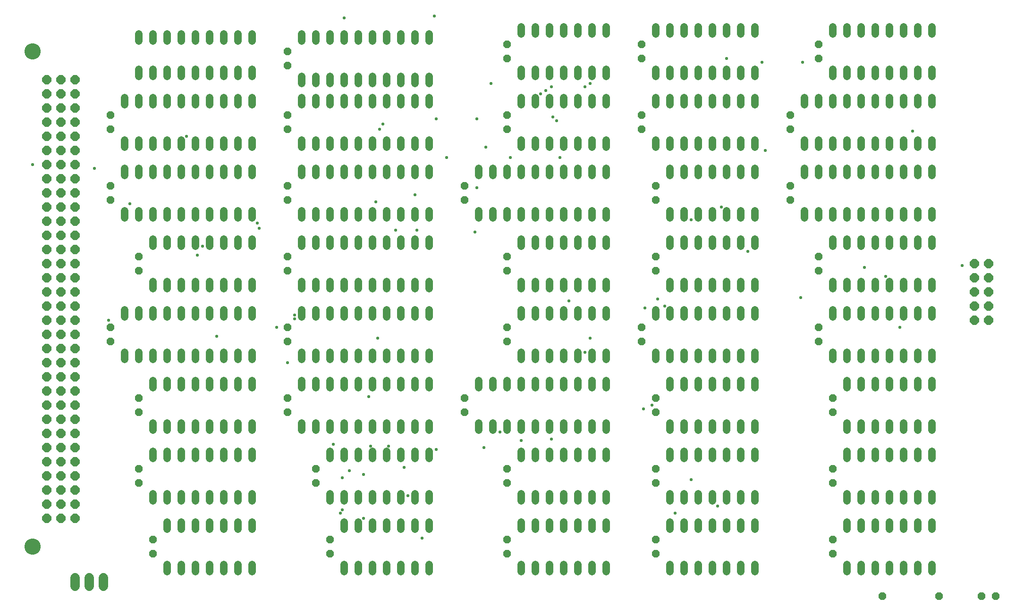
<source format=gbr>
G04 EAGLE Gerber RS-274X export*
G75*
%MOMM*%
%FSLAX34Y34*%
%LPD*%
%INSoldermask Bottom*%
%IPPOS*%
%AMOC8*
5,1,8,0,0,1.08239X$1,22.5*%
G01*
%ADD10C,1.346200*%
%ADD11P,1.457113X8X112.500000*%
%ADD12P,1.787026X8X292.500000*%
%ADD13P,1.787026X8X202.500000*%
%ADD14C,2.921000*%
%ADD15P,1.457113X8X202.500000*%
%ADD16P,1.457113X8X22.500000*%
%ADD17C,1.651000*%
%ADD18C,0.584200*%


D10*
X1168400Y717804D02*
X1168400Y729996D01*
X1193800Y729996D02*
X1193800Y717804D01*
X1320800Y717804D02*
X1320800Y729996D01*
X1320800Y794004D02*
X1320800Y806196D01*
X1219200Y729996D02*
X1219200Y717804D01*
X1244600Y717804D02*
X1244600Y729996D01*
X1295400Y729996D02*
X1295400Y717804D01*
X1270000Y717804D02*
X1270000Y729996D01*
X1295400Y794004D02*
X1295400Y806196D01*
X1270000Y806196D02*
X1270000Y794004D01*
X1244600Y794004D02*
X1244600Y806196D01*
X1219200Y806196D02*
X1219200Y794004D01*
X1193800Y794004D02*
X1193800Y806196D01*
X1168400Y806196D02*
X1168400Y794004D01*
X1168400Y602996D02*
X1168400Y590804D01*
X1193800Y590804D02*
X1193800Y602996D01*
X1320800Y602996D02*
X1320800Y590804D01*
X1320800Y667004D02*
X1320800Y679196D01*
X1219200Y602996D02*
X1219200Y590804D01*
X1244600Y590804D02*
X1244600Y602996D01*
X1295400Y602996D02*
X1295400Y590804D01*
X1270000Y590804D02*
X1270000Y602996D01*
X1295400Y667004D02*
X1295400Y679196D01*
X1270000Y679196D02*
X1270000Y667004D01*
X1244600Y667004D02*
X1244600Y679196D01*
X1219200Y679196D02*
X1219200Y667004D01*
X1193800Y667004D02*
X1193800Y679196D01*
X1168400Y679196D02*
X1168400Y667004D01*
X1409700Y717804D02*
X1409700Y729996D01*
X1435100Y729996D02*
X1435100Y717804D01*
X1562100Y717804D02*
X1562100Y729996D01*
X1587500Y729996D02*
X1587500Y717804D01*
X1460500Y717804D02*
X1460500Y729996D01*
X1485900Y729996D02*
X1485900Y717804D01*
X1536700Y717804D02*
X1536700Y729996D01*
X1511300Y729996D02*
X1511300Y717804D01*
X1612900Y717804D02*
X1612900Y729996D01*
X1638300Y729996D02*
X1638300Y717804D01*
X1638300Y794004D02*
X1638300Y806196D01*
X1612900Y806196D02*
X1612900Y794004D01*
X1587500Y794004D02*
X1587500Y806196D01*
X1562100Y806196D02*
X1562100Y794004D01*
X1536700Y794004D02*
X1536700Y806196D01*
X1511300Y806196D02*
X1511300Y794004D01*
X1485900Y794004D02*
X1485900Y806196D01*
X1460500Y806196D02*
X1460500Y794004D01*
X1435100Y794004D02*
X1435100Y806196D01*
X1409700Y806196D02*
X1409700Y794004D01*
X241300Y602996D02*
X241300Y590804D01*
X266700Y590804D02*
X266700Y602996D01*
X393700Y602996D02*
X393700Y590804D01*
X419100Y590804D02*
X419100Y602996D01*
X292100Y602996D02*
X292100Y590804D01*
X317500Y590804D02*
X317500Y602996D01*
X368300Y602996D02*
X368300Y590804D01*
X342900Y590804D02*
X342900Y602996D01*
X419100Y667004D02*
X419100Y679196D01*
X393700Y679196D02*
X393700Y667004D01*
X368300Y667004D02*
X368300Y679196D01*
X342900Y679196D02*
X342900Y667004D01*
X317500Y667004D02*
X317500Y679196D01*
X292100Y679196D02*
X292100Y667004D01*
X266700Y667004D02*
X266700Y679196D01*
X241300Y679196D02*
X241300Y667004D01*
X266700Y94996D02*
X266700Y82804D01*
X292100Y82804D02*
X292100Y94996D01*
X419100Y94996D02*
X419100Y82804D01*
X419100Y159004D02*
X419100Y171196D01*
X317500Y94996D02*
X317500Y82804D01*
X342900Y82804D02*
X342900Y94996D01*
X393700Y94996D02*
X393700Y82804D01*
X368300Y82804D02*
X368300Y94996D01*
X393700Y159004D02*
X393700Y171196D01*
X368300Y171196D02*
X368300Y159004D01*
X342900Y159004D02*
X342900Y171196D01*
X317500Y171196D02*
X317500Y159004D01*
X292100Y159004D02*
X292100Y171196D01*
X266700Y171196D02*
X266700Y159004D01*
X190500Y463804D02*
X190500Y475996D01*
X215900Y475996D02*
X215900Y463804D01*
X342900Y463804D02*
X342900Y475996D01*
X368300Y475996D02*
X368300Y463804D01*
X241300Y463804D02*
X241300Y475996D01*
X266700Y475996D02*
X266700Y463804D01*
X317500Y463804D02*
X317500Y475996D01*
X292100Y475996D02*
X292100Y463804D01*
X393700Y463804D02*
X393700Y475996D01*
X419100Y475996D02*
X419100Y463804D01*
X419100Y540004D02*
X419100Y552196D01*
X393700Y552196D02*
X393700Y540004D01*
X368300Y540004D02*
X368300Y552196D01*
X342900Y552196D02*
X342900Y540004D01*
X317500Y540004D02*
X317500Y552196D01*
X292100Y552196D02*
X292100Y540004D01*
X266700Y540004D02*
X266700Y552196D01*
X241300Y552196D02*
X241300Y540004D01*
X215900Y540004D02*
X215900Y552196D01*
X190500Y552196D02*
X190500Y540004D01*
X508000Y475996D02*
X508000Y463804D01*
X533400Y463804D02*
X533400Y475996D01*
X660400Y475996D02*
X660400Y463804D01*
X685800Y463804D02*
X685800Y475996D01*
X558800Y475996D02*
X558800Y463804D01*
X584200Y463804D02*
X584200Y475996D01*
X635000Y475996D02*
X635000Y463804D01*
X609600Y463804D02*
X609600Y475996D01*
X711200Y475996D02*
X711200Y463804D01*
X736600Y463804D02*
X736600Y475996D01*
X736600Y540004D02*
X736600Y552196D01*
X711200Y552196D02*
X711200Y540004D01*
X685800Y540004D02*
X685800Y552196D01*
X660400Y552196D02*
X660400Y540004D01*
X635000Y540004D02*
X635000Y552196D01*
X609600Y552196D02*
X609600Y540004D01*
X584200Y540004D02*
X584200Y552196D01*
X558800Y552196D02*
X558800Y540004D01*
X533400Y540004D02*
X533400Y552196D01*
X508000Y552196D02*
X508000Y540004D01*
X508000Y844804D02*
X508000Y856996D01*
X533400Y856996D02*
X533400Y844804D01*
X660400Y844804D02*
X660400Y856996D01*
X685800Y856996D02*
X685800Y844804D01*
X558800Y844804D02*
X558800Y856996D01*
X584200Y856996D02*
X584200Y844804D01*
X635000Y844804D02*
X635000Y856996D01*
X609600Y856996D02*
X609600Y844804D01*
X711200Y844804D02*
X711200Y856996D01*
X736600Y856996D02*
X736600Y844804D01*
X736600Y921004D02*
X736600Y933196D01*
X711200Y933196D02*
X711200Y921004D01*
X685800Y921004D02*
X685800Y933196D01*
X660400Y933196D02*
X660400Y921004D01*
X635000Y921004D02*
X635000Y933196D01*
X609600Y933196D02*
X609600Y921004D01*
X584200Y921004D02*
X584200Y933196D01*
X558800Y933196D02*
X558800Y921004D01*
X533400Y921004D02*
X533400Y933196D01*
X508000Y933196D02*
X508000Y921004D01*
X825500Y729996D02*
X825500Y717804D01*
X850900Y717804D02*
X850900Y729996D01*
X977900Y729996D02*
X977900Y717804D01*
X1003300Y717804D02*
X1003300Y729996D01*
X876300Y729996D02*
X876300Y717804D01*
X901700Y717804D02*
X901700Y729996D01*
X952500Y729996D02*
X952500Y717804D01*
X927100Y717804D02*
X927100Y729996D01*
X1028700Y729996D02*
X1028700Y717804D01*
X1054100Y717804D02*
X1054100Y729996D01*
X1054100Y794004D02*
X1054100Y806196D01*
X1028700Y806196D02*
X1028700Y794004D01*
X1003300Y794004D02*
X1003300Y806196D01*
X977900Y806196D02*
X977900Y794004D01*
X952500Y794004D02*
X952500Y806196D01*
X927100Y806196D02*
X927100Y794004D01*
X901700Y794004D02*
X901700Y806196D01*
X876300Y806196D02*
X876300Y794004D01*
X850900Y794004D02*
X850900Y806196D01*
X825500Y806196D02*
X825500Y794004D01*
X508000Y602996D02*
X508000Y590804D01*
X533400Y590804D02*
X533400Y602996D01*
X660400Y602996D02*
X660400Y590804D01*
X685800Y590804D02*
X685800Y602996D01*
X558800Y602996D02*
X558800Y590804D01*
X584200Y590804D02*
X584200Y602996D01*
X635000Y602996D02*
X635000Y590804D01*
X609600Y590804D02*
X609600Y602996D01*
X711200Y602996D02*
X711200Y590804D01*
X736600Y590804D02*
X736600Y602996D01*
X736600Y667004D02*
X736600Y679196D01*
X711200Y679196D02*
X711200Y667004D01*
X685800Y667004D02*
X685800Y679196D01*
X660400Y679196D02*
X660400Y667004D01*
X635000Y667004D02*
X635000Y679196D01*
X609600Y679196D02*
X609600Y667004D01*
X584200Y667004D02*
X584200Y679196D01*
X558800Y679196D02*
X558800Y667004D01*
X533400Y667004D02*
X533400Y679196D01*
X508000Y679196D02*
X508000Y667004D01*
X508000Y717804D02*
X508000Y729996D01*
X533400Y729996D02*
X533400Y717804D01*
X660400Y717804D02*
X660400Y729996D01*
X685800Y729996D02*
X685800Y717804D01*
X558800Y717804D02*
X558800Y729996D01*
X584200Y729996D02*
X584200Y717804D01*
X635000Y717804D02*
X635000Y729996D01*
X609600Y729996D02*
X609600Y717804D01*
X711200Y717804D02*
X711200Y729996D01*
X736600Y729996D02*
X736600Y717804D01*
X736600Y794004D02*
X736600Y806196D01*
X711200Y806196D02*
X711200Y794004D01*
X685800Y794004D02*
X685800Y806196D01*
X660400Y806196D02*
X660400Y794004D01*
X635000Y794004D02*
X635000Y806196D01*
X609600Y806196D02*
X609600Y794004D01*
X584200Y794004D02*
X584200Y806196D01*
X558800Y806196D02*
X558800Y794004D01*
X533400Y794004D02*
X533400Y806196D01*
X508000Y806196D02*
X508000Y794004D01*
X241300Y348996D02*
X241300Y336804D01*
X266700Y336804D02*
X266700Y348996D01*
X393700Y348996D02*
X393700Y336804D01*
X419100Y336804D02*
X419100Y348996D01*
X292100Y348996D02*
X292100Y336804D01*
X317500Y336804D02*
X317500Y348996D01*
X368300Y348996D02*
X368300Y336804D01*
X342900Y336804D02*
X342900Y348996D01*
X419100Y413004D02*
X419100Y425196D01*
X393700Y425196D02*
X393700Y413004D01*
X368300Y413004D02*
X368300Y425196D01*
X342900Y425196D02*
X342900Y413004D01*
X317500Y413004D02*
X317500Y425196D01*
X292100Y425196D02*
X292100Y413004D01*
X266700Y413004D02*
X266700Y425196D01*
X241300Y425196D02*
X241300Y413004D01*
X558800Y221996D02*
X558800Y209804D01*
X584200Y209804D02*
X584200Y221996D01*
X711200Y221996D02*
X711200Y209804D01*
X736600Y209804D02*
X736600Y221996D01*
X609600Y221996D02*
X609600Y209804D01*
X635000Y209804D02*
X635000Y221996D01*
X685800Y221996D02*
X685800Y209804D01*
X660400Y209804D02*
X660400Y221996D01*
X736600Y286004D02*
X736600Y298196D01*
X711200Y298196D02*
X711200Y286004D01*
X685800Y286004D02*
X685800Y298196D01*
X660400Y298196D02*
X660400Y286004D01*
X635000Y286004D02*
X635000Y298196D01*
X609600Y298196D02*
X609600Y286004D01*
X584200Y286004D02*
X584200Y298196D01*
X558800Y298196D02*
X558800Y286004D01*
X1168400Y221996D02*
X1168400Y209804D01*
X1193800Y209804D02*
X1193800Y221996D01*
X1320800Y221996D02*
X1320800Y209804D01*
X1320800Y286004D02*
X1320800Y298196D01*
X1219200Y221996D02*
X1219200Y209804D01*
X1244600Y209804D02*
X1244600Y221996D01*
X1295400Y221996D02*
X1295400Y209804D01*
X1270000Y209804D02*
X1270000Y221996D01*
X1295400Y286004D02*
X1295400Y298196D01*
X1270000Y298196D02*
X1270000Y286004D01*
X1244600Y286004D02*
X1244600Y298196D01*
X1219200Y298196D02*
X1219200Y286004D01*
X1193800Y286004D02*
X1193800Y298196D01*
X1168400Y298196D02*
X1168400Y286004D01*
X1485900Y94996D02*
X1485900Y82804D01*
X1511300Y82804D02*
X1511300Y94996D01*
X1638300Y94996D02*
X1638300Y82804D01*
X1638300Y159004D02*
X1638300Y171196D01*
X1536700Y94996D02*
X1536700Y82804D01*
X1562100Y82804D02*
X1562100Y94996D01*
X1612900Y94996D02*
X1612900Y82804D01*
X1587500Y82804D02*
X1587500Y94996D01*
X1612900Y159004D02*
X1612900Y171196D01*
X1587500Y171196D02*
X1587500Y159004D01*
X1562100Y159004D02*
X1562100Y171196D01*
X1536700Y171196D02*
X1536700Y159004D01*
X1511300Y159004D02*
X1511300Y171196D01*
X1485900Y171196D02*
X1485900Y159004D01*
X241300Y209804D02*
X241300Y221996D01*
X266700Y221996D02*
X266700Y209804D01*
X393700Y209804D02*
X393700Y221996D01*
X419100Y221996D02*
X419100Y209804D01*
X292100Y209804D02*
X292100Y221996D01*
X317500Y221996D02*
X317500Y209804D01*
X368300Y209804D02*
X368300Y221996D01*
X342900Y221996D02*
X342900Y209804D01*
X419100Y286004D02*
X419100Y298196D01*
X393700Y298196D02*
X393700Y286004D01*
X368300Y286004D02*
X368300Y298196D01*
X342900Y298196D02*
X342900Y286004D01*
X317500Y286004D02*
X317500Y298196D01*
X292100Y298196D02*
X292100Y286004D01*
X266700Y286004D02*
X266700Y298196D01*
X241300Y298196D02*
X241300Y286004D01*
X584200Y94996D02*
X584200Y82804D01*
X609600Y82804D02*
X609600Y94996D01*
X736600Y94996D02*
X736600Y82804D01*
X736600Y159004D02*
X736600Y171196D01*
X635000Y94996D02*
X635000Y82804D01*
X660400Y82804D02*
X660400Y94996D01*
X711200Y94996D02*
X711200Y82804D01*
X685800Y82804D02*
X685800Y94996D01*
X711200Y159004D02*
X711200Y171196D01*
X685800Y171196D02*
X685800Y159004D01*
X660400Y159004D02*
X660400Y171196D01*
X635000Y171196D02*
X635000Y159004D01*
X609600Y159004D02*
X609600Y171196D01*
X584200Y171196D02*
X584200Y159004D01*
X215900Y971804D02*
X215900Y983996D01*
X241300Y983996D02*
X241300Y971804D01*
X266700Y971804D02*
X266700Y983996D01*
X292100Y983996D02*
X292100Y971804D01*
X317500Y971804D02*
X317500Y983996D01*
X342900Y983996D02*
X342900Y971804D01*
X368300Y971804D02*
X368300Y983996D01*
X393700Y983996D02*
X393700Y971804D01*
X419100Y971804D02*
X419100Y983996D01*
X215900Y1035304D02*
X215900Y1047496D01*
X241300Y1047496D02*
X241300Y1035304D01*
X266700Y1035304D02*
X266700Y1047496D01*
X292100Y1047496D02*
X292100Y1035304D01*
X317500Y1035304D02*
X317500Y1047496D01*
X342900Y1047496D02*
X342900Y1035304D01*
X368300Y1035304D02*
X368300Y1047496D01*
X393700Y1047496D02*
X393700Y1035304D01*
X419100Y1035304D02*
X419100Y1047496D01*
X190500Y856996D02*
X190500Y844804D01*
X215900Y844804D02*
X215900Y856996D01*
X342900Y856996D02*
X342900Y844804D01*
X368300Y844804D02*
X368300Y856996D01*
X241300Y856996D02*
X241300Y844804D01*
X266700Y844804D02*
X266700Y856996D01*
X317500Y856996D02*
X317500Y844804D01*
X292100Y844804D02*
X292100Y856996D01*
X393700Y856996D02*
X393700Y844804D01*
X419100Y844804D02*
X419100Y856996D01*
X419100Y921004D02*
X419100Y933196D01*
X393700Y933196D02*
X393700Y921004D01*
X368300Y921004D02*
X368300Y933196D01*
X342900Y933196D02*
X342900Y921004D01*
X317500Y921004D02*
X317500Y933196D01*
X292100Y933196D02*
X292100Y921004D01*
X266700Y921004D02*
X266700Y933196D01*
X241300Y933196D02*
X241300Y921004D01*
X215900Y921004D02*
X215900Y933196D01*
X190500Y933196D02*
X190500Y921004D01*
X190500Y729996D02*
X190500Y717804D01*
X215900Y717804D02*
X215900Y729996D01*
X342900Y729996D02*
X342900Y717804D01*
X368300Y717804D02*
X368300Y729996D01*
X241300Y729996D02*
X241300Y717804D01*
X266700Y717804D02*
X266700Y729996D01*
X317500Y729996D02*
X317500Y717804D01*
X292100Y717804D02*
X292100Y729996D01*
X393700Y729996D02*
X393700Y717804D01*
X419100Y717804D02*
X419100Y729996D01*
X419100Y794004D02*
X419100Y806196D01*
X393700Y806196D02*
X393700Y794004D01*
X368300Y794004D02*
X368300Y806196D01*
X342900Y806196D02*
X342900Y794004D01*
X317500Y794004D02*
X317500Y806196D01*
X292100Y806196D02*
X292100Y794004D01*
X266700Y794004D02*
X266700Y806196D01*
X241300Y806196D02*
X241300Y794004D01*
X215900Y794004D02*
X215900Y806196D01*
X190500Y806196D02*
X190500Y794004D01*
X1143000Y844804D02*
X1143000Y856996D01*
X1168400Y856996D02*
X1168400Y844804D01*
X1295400Y844804D02*
X1295400Y856996D01*
X1320800Y856996D02*
X1320800Y844804D01*
X1193800Y844804D02*
X1193800Y856996D01*
X1219200Y856996D02*
X1219200Y844804D01*
X1270000Y844804D02*
X1270000Y856996D01*
X1244600Y856996D02*
X1244600Y844804D01*
X1320800Y921004D02*
X1320800Y933196D01*
X1295400Y933196D02*
X1295400Y921004D01*
X1270000Y921004D02*
X1270000Y933196D01*
X1244600Y933196D02*
X1244600Y921004D01*
X1219200Y921004D02*
X1219200Y933196D01*
X1193800Y933196D02*
X1193800Y921004D01*
X1168400Y921004D02*
X1168400Y933196D01*
X1143000Y933196D02*
X1143000Y921004D01*
X1143000Y475996D02*
X1143000Y463804D01*
X1168400Y463804D02*
X1168400Y475996D01*
X1295400Y475996D02*
X1295400Y463804D01*
X1320800Y463804D02*
X1320800Y475996D01*
X1193800Y475996D02*
X1193800Y463804D01*
X1219200Y463804D02*
X1219200Y475996D01*
X1270000Y475996D02*
X1270000Y463804D01*
X1244600Y463804D02*
X1244600Y475996D01*
X1320800Y540004D02*
X1320800Y552196D01*
X1295400Y552196D02*
X1295400Y540004D01*
X1270000Y540004D02*
X1270000Y552196D01*
X1244600Y552196D02*
X1244600Y540004D01*
X1219200Y540004D02*
X1219200Y552196D01*
X1193800Y552196D02*
X1193800Y540004D01*
X1168400Y540004D02*
X1168400Y552196D01*
X1143000Y552196D02*
X1143000Y540004D01*
X1143000Y971804D02*
X1143000Y983996D01*
X1168400Y983996D02*
X1168400Y971804D01*
X1295400Y971804D02*
X1295400Y983996D01*
X1320800Y983996D02*
X1320800Y971804D01*
X1193800Y971804D02*
X1193800Y983996D01*
X1219200Y983996D02*
X1219200Y971804D01*
X1270000Y971804D02*
X1270000Y983996D01*
X1244600Y983996D02*
X1244600Y971804D01*
X1320800Y1048004D02*
X1320800Y1060196D01*
X1295400Y1060196D02*
X1295400Y1048004D01*
X1270000Y1048004D02*
X1270000Y1060196D01*
X1244600Y1060196D02*
X1244600Y1048004D01*
X1219200Y1048004D02*
X1219200Y1060196D01*
X1193800Y1060196D02*
X1193800Y1048004D01*
X1168400Y1048004D02*
X1168400Y1060196D01*
X1143000Y1060196D02*
X1143000Y1048004D01*
X1460500Y602996D02*
X1460500Y590804D01*
X1485900Y590804D02*
X1485900Y602996D01*
X1612900Y602996D02*
X1612900Y590804D01*
X1638300Y590804D02*
X1638300Y602996D01*
X1511300Y602996D02*
X1511300Y590804D01*
X1536700Y590804D02*
X1536700Y602996D01*
X1587500Y602996D02*
X1587500Y590804D01*
X1562100Y590804D02*
X1562100Y602996D01*
X1638300Y667004D02*
X1638300Y679196D01*
X1612900Y679196D02*
X1612900Y667004D01*
X1587500Y667004D02*
X1587500Y679196D01*
X1562100Y679196D02*
X1562100Y667004D01*
X1536700Y667004D02*
X1536700Y679196D01*
X1511300Y679196D02*
X1511300Y667004D01*
X1485900Y667004D02*
X1485900Y679196D01*
X1460500Y679196D02*
X1460500Y667004D01*
X1409700Y844804D02*
X1409700Y856996D01*
X1435100Y856996D02*
X1435100Y844804D01*
X1562100Y844804D02*
X1562100Y856996D01*
X1587500Y856996D02*
X1587500Y844804D01*
X1460500Y844804D02*
X1460500Y856996D01*
X1485900Y856996D02*
X1485900Y844804D01*
X1536700Y844804D02*
X1536700Y856996D01*
X1511300Y856996D02*
X1511300Y844804D01*
X1612900Y844804D02*
X1612900Y856996D01*
X1638300Y856996D02*
X1638300Y844804D01*
X1638300Y921004D02*
X1638300Y933196D01*
X1612900Y933196D02*
X1612900Y921004D01*
X1587500Y921004D02*
X1587500Y933196D01*
X1562100Y933196D02*
X1562100Y921004D01*
X1536700Y921004D02*
X1536700Y933196D01*
X1511300Y933196D02*
X1511300Y921004D01*
X1485900Y921004D02*
X1485900Y933196D01*
X1460500Y933196D02*
X1460500Y921004D01*
X1435100Y921004D02*
X1435100Y933196D01*
X1409700Y933196D02*
X1409700Y921004D01*
X1460500Y971804D02*
X1460500Y983996D01*
X1485900Y983996D02*
X1485900Y971804D01*
X1612900Y971804D02*
X1612900Y983996D01*
X1638300Y983996D02*
X1638300Y971804D01*
X1511300Y971804D02*
X1511300Y983996D01*
X1536700Y983996D02*
X1536700Y971804D01*
X1587500Y971804D02*
X1587500Y983996D01*
X1562100Y983996D02*
X1562100Y971804D01*
X1638300Y1048004D02*
X1638300Y1060196D01*
X1612900Y1060196D02*
X1612900Y1048004D01*
X1587500Y1048004D02*
X1587500Y1060196D01*
X1562100Y1060196D02*
X1562100Y1048004D01*
X1536700Y1048004D02*
X1536700Y1060196D01*
X1511300Y1060196D02*
X1511300Y1048004D01*
X1485900Y1048004D02*
X1485900Y1060196D01*
X1460500Y1060196D02*
X1460500Y1048004D01*
D11*
X876300Y495300D03*
X876300Y520700D03*
X1143000Y114300D03*
X1143000Y139700D03*
X215900Y622300D03*
X215900Y647700D03*
X1384300Y876300D03*
X1384300Y901700D03*
X1117600Y495300D03*
X1117600Y520700D03*
X1143000Y368300D03*
X1143000Y393700D03*
X241300Y114300D03*
X241300Y139700D03*
X482600Y495300D03*
X482600Y520700D03*
X215900Y241300D03*
X215900Y266700D03*
X1117600Y876300D03*
X1117600Y901700D03*
X800100Y749300D03*
X800100Y774700D03*
X1460500Y368300D03*
X1460500Y393700D03*
X1435100Y1003300D03*
X1435100Y1028700D03*
X1117600Y1003300D03*
X1117600Y1028700D03*
X1460500Y241300D03*
X1460500Y266700D03*
X482600Y368300D03*
X482600Y393700D03*
X215900Y368300D03*
X215900Y393700D03*
X482600Y876300D03*
X482600Y901700D03*
X876300Y1003300D03*
X876300Y1028700D03*
X1143000Y241300D03*
X1143000Y266700D03*
X876300Y876300D03*
X876300Y901700D03*
X1460500Y114300D03*
X1460500Y139700D03*
X533400Y241300D03*
X533400Y266700D03*
X165100Y749300D03*
X165100Y774700D03*
X165100Y876300D03*
X165100Y901700D03*
X1384300Y749300D03*
X1384300Y774700D03*
X1435100Y622300D03*
X1435100Y647700D03*
X1143000Y749300D03*
X1143000Y774700D03*
X1143000Y622300D03*
X1143000Y647700D03*
X1435100Y495300D03*
X1435100Y520700D03*
X876300Y241300D03*
X876300Y266700D03*
X876300Y114300D03*
X876300Y139700D03*
X558800Y114300D03*
X558800Y139700D03*
X482600Y990600D03*
X482600Y1016000D03*
X876300Y622300D03*
X876300Y647700D03*
X165100Y495300D03*
X165100Y520700D03*
X800100Y368300D03*
X800100Y393700D03*
D10*
X901700Y221996D02*
X901700Y209804D01*
X927100Y209804D02*
X927100Y221996D01*
X1054100Y221996D02*
X1054100Y209804D01*
X1054100Y286004D02*
X1054100Y298196D01*
X952500Y221996D02*
X952500Y209804D01*
X977900Y209804D02*
X977900Y221996D01*
X1028700Y221996D02*
X1028700Y209804D01*
X1003300Y209804D02*
X1003300Y221996D01*
X1028700Y286004D02*
X1028700Y298196D01*
X1003300Y298196D02*
X1003300Y286004D01*
X977900Y286004D02*
X977900Y298196D01*
X952500Y298196D02*
X952500Y286004D01*
X927100Y286004D02*
X927100Y298196D01*
X901700Y298196D02*
X901700Y286004D01*
X901700Y94996D02*
X901700Y82804D01*
X927100Y82804D02*
X927100Y94996D01*
X1054100Y94996D02*
X1054100Y82804D01*
X1054100Y159004D02*
X1054100Y171196D01*
X952500Y94996D02*
X952500Y82804D01*
X977900Y82804D02*
X977900Y94996D01*
X1028700Y94996D02*
X1028700Y82804D01*
X1003300Y82804D02*
X1003300Y94996D01*
X1028700Y159004D02*
X1028700Y171196D01*
X1003300Y171196D02*
X1003300Y159004D01*
X977900Y159004D02*
X977900Y171196D01*
X952500Y171196D02*
X952500Y159004D01*
X927100Y159004D02*
X927100Y171196D01*
X901700Y171196D02*
X901700Y159004D01*
X901700Y844804D02*
X901700Y856996D01*
X927100Y856996D02*
X927100Y844804D01*
X1054100Y844804D02*
X1054100Y856996D01*
X1054100Y921004D02*
X1054100Y933196D01*
X952500Y856996D02*
X952500Y844804D01*
X977900Y844804D02*
X977900Y856996D01*
X1028700Y856996D02*
X1028700Y844804D01*
X1003300Y844804D02*
X1003300Y856996D01*
X1028700Y921004D02*
X1028700Y933196D01*
X1003300Y933196D02*
X1003300Y921004D01*
X977900Y921004D02*
X977900Y933196D01*
X952500Y933196D02*
X952500Y921004D01*
X927100Y921004D02*
X927100Y933196D01*
X901700Y933196D02*
X901700Y921004D01*
X508000Y348996D02*
X508000Y336804D01*
X533400Y336804D02*
X533400Y348996D01*
X660400Y348996D02*
X660400Y336804D01*
X685800Y336804D02*
X685800Y348996D01*
X558800Y348996D02*
X558800Y336804D01*
X584200Y336804D02*
X584200Y348996D01*
X635000Y348996D02*
X635000Y336804D01*
X609600Y336804D02*
X609600Y348996D01*
X711200Y348996D02*
X711200Y336804D01*
X736600Y336804D02*
X736600Y348996D01*
X736600Y413004D02*
X736600Y425196D01*
X711200Y425196D02*
X711200Y413004D01*
X685800Y413004D02*
X685800Y425196D01*
X660400Y425196D02*
X660400Y413004D01*
X635000Y413004D02*
X635000Y425196D01*
X609600Y425196D02*
X609600Y413004D01*
X584200Y413004D02*
X584200Y425196D01*
X558800Y425196D02*
X558800Y413004D01*
X533400Y413004D02*
X533400Y425196D01*
X508000Y425196D02*
X508000Y413004D01*
X825500Y348996D02*
X825500Y336804D01*
X850900Y336804D02*
X850900Y348996D01*
X977900Y348996D02*
X977900Y336804D01*
X1003300Y336804D02*
X1003300Y348996D01*
X876300Y348996D02*
X876300Y336804D01*
X901700Y336804D02*
X901700Y348996D01*
X952500Y348996D02*
X952500Y336804D01*
X927100Y336804D02*
X927100Y348996D01*
X1028700Y348996D02*
X1028700Y336804D01*
X1054100Y336804D02*
X1054100Y348996D01*
X1054100Y413004D02*
X1054100Y425196D01*
X1028700Y425196D02*
X1028700Y413004D01*
X1003300Y413004D02*
X1003300Y425196D01*
X977900Y425196D02*
X977900Y413004D01*
X952500Y413004D02*
X952500Y425196D01*
X927100Y425196D02*
X927100Y413004D01*
X901700Y413004D02*
X901700Y425196D01*
X876300Y425196D02*
X876300Y413004D01*
X850900Y413004D02*
X850900Y425196D01*
X825500Y425196D02*
X825500Y413004D01*
X508000Y959104D02*
X508000Y971296D01*
X533400Y971296D02*
X533400Y959104D01*
X660400Y959104D02*
X660400Y971296D01*
X685800Y971296D02*
X685800Y959104D01*
X558800Y959104D02*
X558800Y971296D01*
X584200Y971296D02*
X584200Y959104D01*
X635000Y959104D02*
X635000Y971296D01*
X609600Y971296D02*
X609600Y959104D01*
X711200Y959104D02*
X711200Y971296D01*
X736600Y971296D02*
X736600Y959104D01*
X736600Y1035304D02*
X736600Y1047496D01*
X711200Y1047496D02*
X711200Y1035304D01*
X685800Y1035304D02*
X685800Y1047496D01*
X660400Y1047496D02*
X660400Y1035304D01*
X635000Y1035304D02*
X635000Y1047496D01*
X609600Y1047496D02*
X609600Y1035304D01*
X584200Y1035304D02*
X584200Y1047496D01*
X558800Y1047496D02*
X558800Y1035304D01*
X533400Y1035304D02*
X533400Y1047496D01*
X508000Y1047496D02*
X508000Y1035304D01*
X901700Y602996D02*
X901700Y590804D01*
X927100Y590804D02*
X927100Y602996D01*
X1054100Y602996D02*
X1054100Y590804D01*
X1054100Y667004D02*
X1054100Y679196D01*
X952500Y602996D02*
X952500Y590804D01*
X977900Y590804D02*
X977900Y602996D01*
X1028700Y602996D02*
X1028700Y590804D01*
X1003300Y590804D02*
X1003300Y602996D01*
X1028700Y667004D02*
X1028700Y679196D01*
X1003300Y679196D02*
X1003300Y667004D01*
X977900Y667004D02*
X977900Y679196D01*
X952500Y679196D02*
X952500Y667004D01*
X927100Y667004D02*
X927100Y679196D01*
X901700Y679196D02*
X901700Y667004D01*
X901700Y475996D02*
X901700Y463804D01*
X927100Y463804D02*
X927100Y475996D01*
X1054100Y475996D02*
X1054100Y463804D01*
X1054100Y540004D02*
X1054100Y552196D01*
X952500Y475996D02*
X952500Y463804D01*
X977900Y463804D02*
X977900Y475996D01*
X1028700Y475996D02*
X1028700Y463804D01*
X1003300Y463804D02*
X1003300Y475996D01*
X1028700Y540004D02*
X1028700Y552196D01*
X1003300Y552196D02*
X1003300Y540004D01*
X977900Y540004D02*
X977900Y552196D01*
X952500Y552196D02*
X952500Y540004D01*
X927100Y540004D02*
X927100Y552196D01*
X901700Y552196D02*
X901700Y540004D01*
X901700Y971804D02*
X901700Y983996D01*
X927100Y983996D02*
X927100Y971804D01*
X1054100Y971804D02*
X1054100Y983996D01*
X1054100Y1048004D02*
X1054100Y1060196D01*
X952500Y983996D02*
X952500Y971804D01*
X977900Y971804D02*
X977900Y983996D01*
X1028700Y983996D02*
X1028700Y971804D01*
X1003300Y971804D02*
X1003300Y983996D01*
X1028700Y1048004D02*
X1028700Y1060196D01*
X1003300Y1060196D02*
X1003300Y1048004D01*
X977900Y1048004D02*
X977900Y1060196D01*
X952500Y1060196D02*
X952500Y1048004D01*
X927100Y1048004D02*
X927100Y1060196D01*
X901700Y1060196D02*
X901700Y1048004D01*
X1485900Y221996D02*
X1485900Y209804D01*
X1511300Y209804D02*
X1511300Y221996D01*
X1638300Y221996D02*
X1638300Y209804D01*
X1638300Y286004D02*
X1638300Y298196D01*
X1536700Y221996D02*
X1536700Y209804D01*
X1562100Y209804D02*
X1562100Y221996D01*
X1612900Y221996D02*
X1612900Y209804D01*
X1587500Y209804D02*
X1587500Y221996D01*
X1612900Y286004D02*
X1612900Y298196D01*
X1587500Y298196D02*
X1587500Y286004D01*
X1562100Y286004D02*
X1562100Y298196D01*
X1536700Y298196D02*
X1536700Y286004D01*
X1511300Y286004D02*
X1511300Y298196D01*
X1485900Y298196D02*
X1485900Y286004D01*
X1485900Y336804D02*
X1485900Y348996D01*
X1511300Y348996D02*
X1511300Y336804D01*
X1638300Y336804D02*
X1638300Y348996D01*
X1638300Y413004D02*
X1638300Y425196D01*
X1536700Y348996D02*
X1536700Y336804D01*
X1562100Y336804D02*
X1562100Y348996D01*
X1612900Y348996D02*
X1612900Y336804D01*
X1587500Y336804D02*
X1587500Y348996D01*
X1612900Y413004D02*
X1612900Y425196D01*
X1587500Y425196D02*
X1587500Y413004D01*
X1562100Y413004D02*
X1562100Y425196D01*
X1536700Y425196D02*
X1536700Y413004D01*
X1511300Y413004D02*
X1511300Y425196D01*
X1485900Y425196D02*
X1485900Y413004D01*
X1168400Y348996D02*
X1168400Y336804D01*
X1193800Y336804D02*
X1193800Y348996D01*
X1320800Y348996D02*
X1320800Y336804D01*
X1320800Y413004D02*
X1320800Y425196D01*
X1219200Y348996D02*
X1219200Y336804D01*
X1244600Y336804D02*
X1244600Y348996D01*
X1295400Y348996D02*
X1295400Y336804D01*
X1270000Y336804D02*
X1270000Y348996D01*
X1295400Y413004D02*
X1295400Y425196D01*
X1270000Y425196D02*
X1270000Y413004D01*
X1244600Y413004D02*
X1244600Y425196D01*
X1219200Y425196D02*
X1219200Y413004D01*
X1193800Y413004D02*
X1193800Y425196D01*
X1168400Y425196D02*
X1168400Y413004D01*
X1168400Y94996D02*
X1168400Y82804D01*
X1193800Y82804D02*
X1193800Y94996D01*
X1320800Y94996D02*
X1320800Y82804D01*
X1320800Y159004D02*
X1320800Y171196D01*
X1219200Y94996D02*
X1219200Y82804D01*
X1244600Y82804D02*
X1244600Y94996D01*
X1295400Y94996D02*
X1295400Y82804D01*
X1270000Y82804D02*
X1270000Y94996D01*
X1295400Y159004D02*
X1295400Y171196D01*
X1270000Y171196D02*
X1270000Y159004D01*
X1244600Y159004D02*
X1244600Y171196D01*
X1219200Y171196D02*
X1219200Y159004D01*
X1193800Y159004D02*
X1193800Y171196D01*
X1168400Y171196D02*
X1168400Y159004D01*
X1460500Y463804D02*
X1460500Y475996D01*
X1485900Y475996D02*
X1485900Y463804D01*
X1612900Y463804D02*
X1612900Y475996D01*
X1638300Y475996D02*
X1638300Y463804D01*
X1511300Y463804D02*
X1511300Y475996D01*
X1536700Y475996D02*
X1536700Y463804D01*
X1587500Y463804D02*
X1587500Y475996D01*
X1562100Y475996D02*
X1562100Y463804D01*
X1638300Y540004D02*
X1638300Y552196D01*
X1612900Y552196D02*
X1612900Y540004D01*
X1587500Y540004D02*
X1587500Y552196D01*
X1562100Y552196D02*
X1562100Y540004D01*
X1536700Y540004D02*
X1536700Y552196D01*
X1511300Y552196D02*
X1511300Y540004D01*
X1485900Y540004D02*
X1485900Y552196D01*
X1460500Y552196D02*
X1460500Y540004D01*
D11*
X482600Y749300D03*
X482600Y774700D03*
X482600Y622300D03*
X482600Y647700D03*
D12*
X1714500Y635000D03*
X1714500Y609600D03*
X1714500Y584200D03*
X1714500Y558800D03*
X1714500Y533400D03*
X1739900Y635000D03*
X1739900Y609600D03*
X1739900Y584200D03*
X1739900Y558800D03*
X1739900Y533400D03*
D13*
X50800Y177800D03*
X50800Y203200D03*
X50800Y228600D03*
X50800Y254000D03*
X50800Y279400D03*
X50800Y304800D03*
X50800Y330200D03*
X50800Y355600D03*
X50800Y381000D03*
X50800Y406400D03*
X50800Y431800D03*
X50800Y457200D03*
X50800Y482600D03*
X50800Y508000D03*
X50800Y533400D03*
X50800Y558800D03*
X76200Y177800D03*
X76200Y203200D03*
X76200Y228600D03*
X76200Y254000D03*
X76200Y279400D03*
X76200Y304800D03*
X76200Y330200D03*
X76200Y355600D03*
X76200Y381000D03*
X76200Y406400D03*
X76200Y431800D03*
X76200Y457200D03*
X76200Y482600D03*
X76200Y508000D03*
X76200Y533400D03*
X76200Y558800D03*
X101600Y177800D03*
X101600Y203200D03*
X101600Y228600D03*
X101600Y254000D03*
X101600Y279400D03*
X101600Y304800D03*
X101600Y330200D03*
X101600Y355600D03*
X101600Y381000D03*
X101600Y406400D03*
X101600Y431800D03*
X101600Y457200D03*
X101600Y482600D03*
X101600Y508000D03*
X101600Y533400D03*
X101600Y558800D03*
X50800Y584200D03*
X50800Y609600D03*
X50800Y635000D03*
X50800Y660400D03*
X50800Y685800D03*
X50800Y711200D03*
X50800Y736600D03*
X50800Y762000D03*
X50800Y787400D03*
X50800Y812800D03*
X50800Y838200D03*
X50800Y863600D03*
X50800Y889000D03*
X50800Y914400D03*
X50800Y939800D03*
X50800Y965200D03*
X76200Y584200D03*
X76200Y609600D03*
X76200Y635000D03*
X76200Y660400D03*
X76200Y685800D03*
X76200Y711200D03*
X76200Y736600D03*
X76200Y762000D03*
X76200Y787400D03*
X76200Y812800D03*
X76200Y838200D03*
X76200Y863600D03*
X76200Y889000D03*
X76200Y914400D03*
X76200Y939800D03*
X76200Y965200D03*
X101600Y584200D03*
X101600Y609600D03*
X101600Y635000D03*
X101600Y660400D03*
X101600Y685800D03*
X101600Y711200D03*
X101600Y736600D03*
X101600Y762000D03*
X101600Y787400D03*
X101600Y812800D03*
X101600Y838200D03*
X101600Y863600D03*
X101600Y889000D03*
X101600Y914400D03*
X101600Y939800D03*
X101600Y965200D03*
D14*
X25400Y1016064D03*
X25400Y126936D03*
D15*
X1752600Y38100D03*
X1727200Y38100D03*
D16*
X1549400Y38100D03*
X1651000Y38100D03*
D17*
X101600Y55880D02*
X101600Y71120D01*
X127000Y71120D02*
X127000Y55880D01*
X152400Y55880D02*
X152400Y71120D01*
D18*
X463550Y520700D03*
X495300Y536575D03*
X628650Y396875D03*
X822325Y771525D03*
X768350Y825500D03*
X495300Y542925D03*
X641350Y746125D03*
X482600Y457200D03*
X746125Y1079500D03*
X965200Y892175D03*
X958850Y898525D03*
X644525Y501650D03*
X955675Y320675D03*
X901700Y317500D03*
X711200Y758825D03*
X654050Y885825D03*
X1517650Y628650D03*
X714375Y695325D03*
X946150Y946150D03*
X1270000Y1003300D03*
X1123950Y555625D03*
X1555750Y612775D03*
X581025Y193675D03*
X647700Y876300D03*
X819150Y692150D03*
X723900Y142875D03*
X619125Y257175D03*
X619125Y177800D03*
X1158875Y558800D03*
X1146175Y571500D03*
X1308100Y657225D03*
X1339850Y838200D03*
X1260475Y736600D03*
X1581150Y520700D03*
X1206500Y714375D03*
X1403350Y574675D03*
X330200Y666750D03*
X971550Y825500D03*
X882650Y825500D03*
X838200Y844550D03*
X676275Y695325D03*
X1692275Y631825D03*
X1016000Y952500D03*
X987425Y568325D03*
X749300Y895350D03*
X822325Y895350D03*
X581025Y250825D03*
X593725Y263525D03*
X355600Y504825D03*
X320675Y650875D03*
X577850Y187325D03*
X1177925Y187325D03*
X1136650Y381000D03*
X200025Y742950D03*
X301625Y863600D03*
X136525Y806450D03*
X25400Y812800D03*
X161925Y533400D03*
X1333500Y996950D03*
X1406525Y996950D03*
X1603375Y873125D03*
X428625Y708025D03*
X565150Y311150D03*
X698500Y219075D03*
X663575Y307975D03*
X749300Y301625D03*
X1016000Y476250D03*
X1025525Y501650D03*
X847725Y958850D03*
X936625Y939800D03*
X1025525Y958850D03*
X955675Y952500D03*
X584200Y1076325D03*
X835025Y304800D03*
X863600Y333375D03*
X692150Y269875D03*
X431800Y698500D03*
X1206500Y247650D03*
X631825Y307975D03*
X1120775Y374650D03*
X1254125Y200025D03*
M02*

</source>
